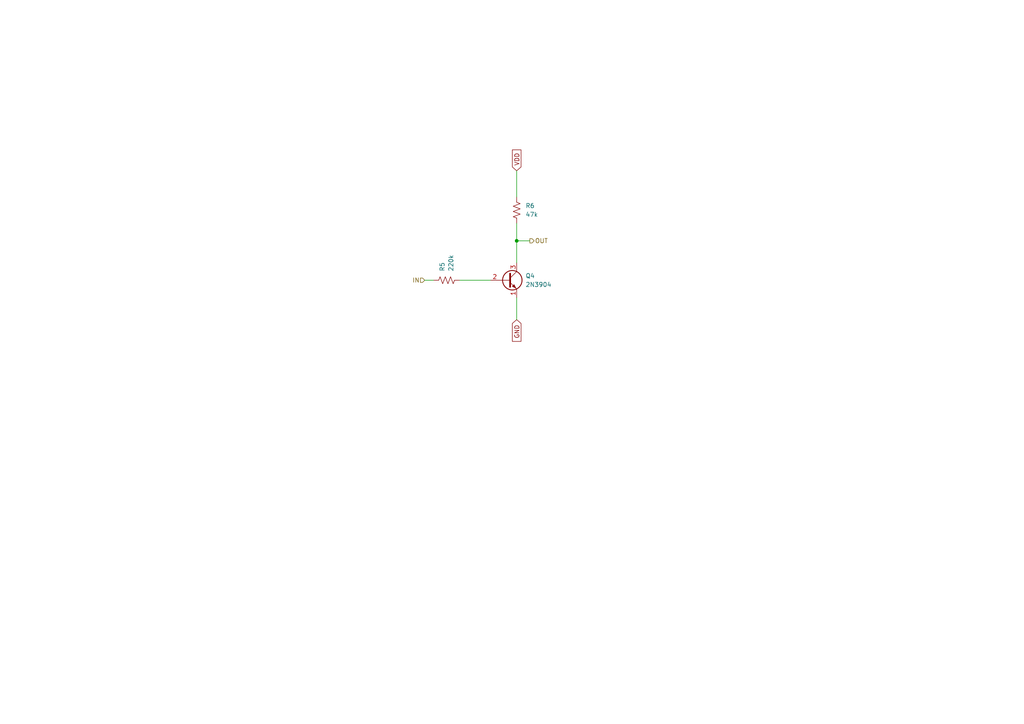
<source format=kicad_sch>
(kicad_sch (version 20250114) (generator "eeschema") (generator_version "9.0")
  (paper "A4")
  (lib_symbols
    (symbol "Device:R_US" (pin_numbers (hide yes)) (pin_names (offset 0))
      (property "Reference" "R" (at 2.54 0 90))
      (property "Value" "R_US" (at -2.54 0 90))
      (symbol "R_US_0_1"
        (polyline (pts (xy 0 2.286) (xy 0 2.54)))
        (polyline (pts (xy 0 2.286) (xy 1.016 1.905) (xy 0 1.524) (xy -1.016 1.143) (xy 0 0.762)))
        (polyline (pts (xy 0 0.762) (xy 1.016 0.381) (xy 0 0) (xy -1.016 -0.381) (xy 0 -0.762)))
        (polyline (pts (xy 0 -0.762) (xy 1.016 -1.143) (xy 0 -1.524) (xy -1.016 -1.905) (xy 0 -2.286)))
        (polyline (pts (xy 0 -2.286) (xy 0 -2.54)))
      )
      (symbol "R_US_1_1"
        (pin passive line (at 0 3.81 270) (length 1.27) (name "~") (number "1"))
        (pin passive line (at 0 -3.81 90) (length 1.27) (name "~") (number "2"))
      )
    )
    (symbol "Transistor_BJT:2N3904" (pin_names (offset 0) (hide yes))
      (property "Reference" "Q" (at 5.08 1.905 0))
      (property "Value" "2N3904" (at 5.08 0 0))
      (symbol "2N3904_0_1"
        (polyline (pts (xy -2.54 0) (xy 0.635 0)))
        (polyline (pts (xy 0.635 1.905) (xy 0.635 -1.905)) (stroke (width 0.508)))
        (circle (center 1.27 0) (radius 2.8194) (stroke (width 0.254)))
      )
      (symbol "2N3904_1_1"
        (polyline (pts (xy 0.635 0.635) (xy 2.54 2.54)))
        (polyline (pts (xy 0.635 -0.635) (xy 2.54 -2.54)))
        (polyline (pts (xy 1.27 -1.778) (xy 1.778 -1.27) (xy 2.286 -2.286) (xy 1.27 -1.778)) (fill (type outline)))
        (pin input line (at -5.08 0 0) (length 2.54) (name "B") (number "2"))
        (pin passive line (at 2.54 5.08 270) (length 2.54) (name "C") (number "3"))
        (pin passive line (at 2.54 -5.08 90) (length 2.54) (name "E") (number "1"))
      )
    )
  )
  (junction (at 149.86 69.85))
  (wire (pts (xy 149.86 64.77) (xy 149.86 69.85)))
  (wire (pts (xy 149.86 69.85) (xy 149.86 76.2)))
  (wire (pts (xy 133.35 81.28) (xy 142.24 81.28)))
  (wire (pts (xy 149.86 49.53) (xy 149.86 57.15)))
  (wire (pts (xy 149.86 69.85) (xy 153.67 69.85)))
  (wire (pts (xy 149.86 86.36) (xy 149.86 92.71)))
  (wire (pts (xy 123.19 81.28) (xy 125.73 81.28)))
  (global_label "VDD" (shape input) (at 149.86 49.53 90) (property "Intersheetrefs" "${INTERSHEET_REFS}" (effects (hide yes))))
  (global_label "GND" (shape input) (at 149.86 92.71 270) (property "Intersheetrefs" "${INTERSHEET_REFS}" (effects (hide yes))))
  (hierarchical_label "OUT" (shape output) (at 153.67 69.85 0))
  (hierarchical_label "IN" (shape input) (at 123.19 81.28 180))
  (symbol (lib_id "Transistor_BJT:2N3904") (at 147.32 81.28 0) (unit 1)
    (property "Reference" "Q4" (at 152.4 80.0099 0) (effects (justify left)))
    (property "Value" "2N3904" (at 152.4 82.5499 0) (effects (justify left)))
    (property "Footprint" "Package_TO_SOT_THT:TO-92_Inline" (effects (hide yes)))
    (property "Datasheet" "https://www.onsemi.com/pub/Collateral/2N3903-D.PDF" (effects (hide yes)))
    (property "Description" "0.2A Ic, 40V Vce, Small Signal NPN Transistor, TO-92" (effects (hide yes)))
    (property "Sim.Library" "2N3904_model.txt" (effects (hide yes)))
    (property "Sim.Name" "2N3904" (effects (hide yes)))
    (property "Sim.Device" "NPN" (effects (hide yes)))
    (property "Sim.Type" "GUMMELPOON" (effects (hide yes)))
    (property "Sim.Pins" "1=E 2=B 3=C" (effects (hide yes)))
  )
  (symbol (lib_id "Device:R_US") (at 129.54 81.28 90) (unit 1)
    (property "Reference" "R5" (at 128.2699 78.74 0) (effects (justify left)))
    (property "Value" "220k" (at 130.8099 78.74 0) (effects (justify left)))
    (property "Footprint" "Resistor_THT:R_Axial_DIN0309_L9.0mm_D3.2mm_P15.24mm_Horizontal" (effects (hide yes)))
    (property "Description" "Resistor, US symbol" (effects (hide yes)))
  )
  (symbol (lib_id "Device:R_US") (at 149.86 60.96 0) (unit 1)
    (property "Reference" "R6" (at 152.4 59.6899 0) (effects (justify left)))
    (property "Value" "47k" (at 152.4 62.2299 0) (effects (justify left)))
    (property "Footprint" "Resistor_THT:R_Axial_DIN0309_L9.0mm_D3.2mm_P15.24mm_Horizontal" (effects (hide yes)))
    (property "Description" "Resistor, US symbol" (effects (hide yes)))
  )
)
</source>
